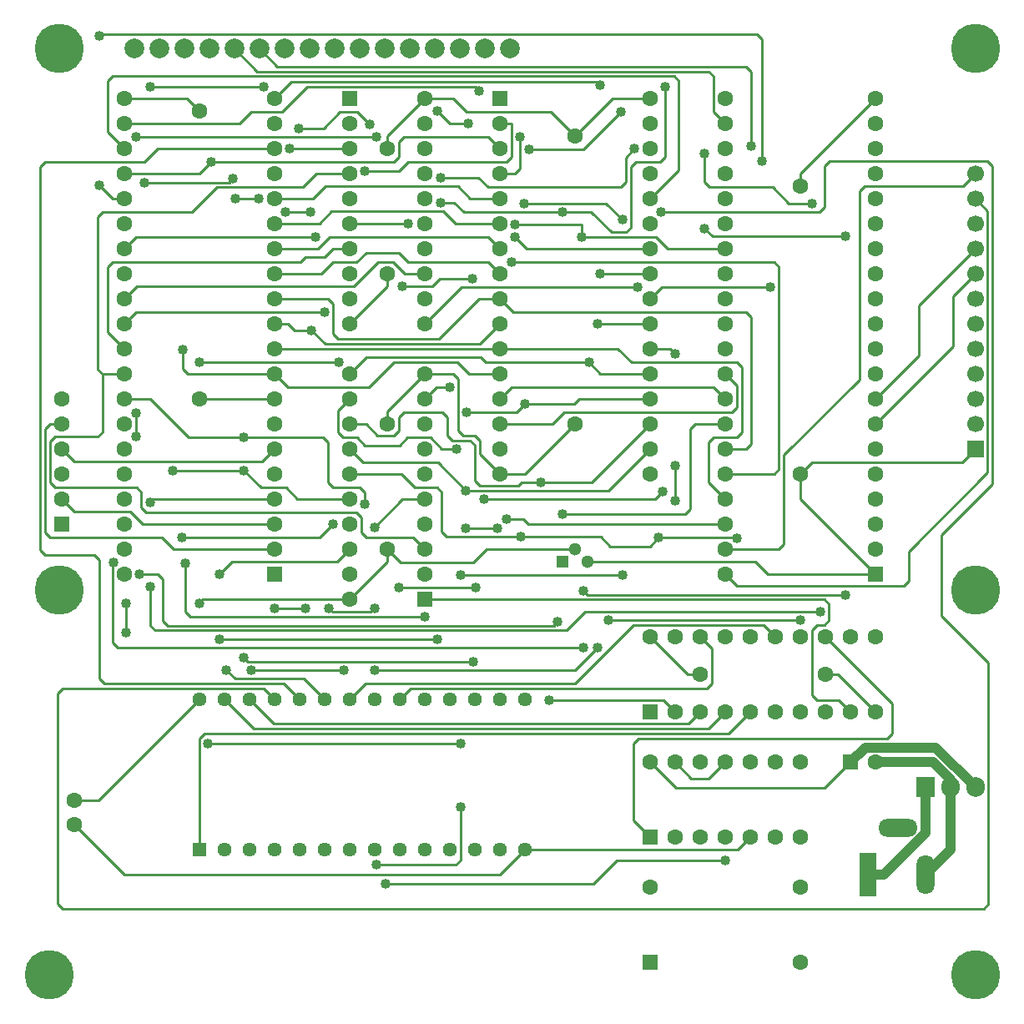
<source format=gbr>
%TF.GenerationSoftware,Novarm,DipTrace,4.3.0.5*%
%TF.CreationDate,2023-08-31T01:17:14+01:00*%
%FSLAX26Y26*%
%MOIN*%
%TF.FileFunction,Copper,L1,Top*%
%TF.Part,Single*%
%TA.AperFunction,Conductor*%
%ADD13C,0.009843*%
%ADD14C,0.03937*%
%TA.AperFunction,ComponentPad*%
%ADD17R,0.062992X0.062992*%
%ADD18C,0.062992*%
%ADD19C,0.19685*%
%ADD20R,0.056693X0.056693*%
%ADD21C,0.056693*%
%ADD22C,0.062992*%
%ADD23R,0.070866X0.173228*%
%ADD24O,0.070866X0.15748*%
%ADD25O,0.15748X0.070866*%
%ADD26R,0.066929X0.066929*%
%ADD27C,0.066929*%
%ADD28R,0.051181X0.051181*%
%ADD29C,0.051181*%
%ADD30R,0.075X0.07874*%
%ADD31O,0.075X0.07874*%
%ADD32C,0.07874*%
%TA.AperFunction,ViaPad*%
%ADD33C,0.04*%
G75*
G01*
%LPD*%
X813386Y1216535D2*
D13*
X911811D1*
X1313386Y1618110D1*
X3113386Y4018110D2*
X2963386D1*
X2813386Y3868110D1*
X3914961Y1368110D2*
D14*
X3974016Y1427165D1*
X4254331D1*
X4413386Y1268110D1*
X3313386Y1718110D2*
D13*
X3263386D1*
X3113386Y1868110D1*
X3713386Y3668110D2*
Y3718110D1*
X4013386Y4018110D1*
X2063386Y2218110D2*
Y2168110D1*
X1913386Y2018110D1*
X2063386Y3818110D2*
Y3868110D1*
X2213386Y4018110D1*
X1613386Y2818110D2*
X1313386D1*
X2813386Y3868110D2*
X2717122Y3964374D1*
X2380339D1*
X2326603Y4018110D1*
X2213386D1*
X1913386Y2018110D2*
X1327918D1*
X1313390Y2003583D1*
X3914961Y1368110D2*
X3811106Y1264256D1*
X3217240D1*
X3113386Y1368110D1*
X2063386Y2218110D2*
X2117122Y2164374D1*
X2407496D1*
X2461233Y2218110D1*
X2813386D1*
X2539964Y2338114D2*
X2608339D1*
X2628343Y2318110D1*
X3413386D1*
X2513386Y2918110D2*
X2390221D1*
X2343957Y2964374D1*
X2090559D1*
X1990559Y2864374D1*
X1667122D1*
X1613386Y2918110D1*
X1267130D1*
X1247441Y2937799D1*
Y3014217D1*
X3113386Y3118110D2*
X2904138Y3118111D1*
X2013390Y1735359D2*
X2814926D1*
X2904138Y1824571D1*
X1656760Y3564374D2*
X1756614D1*
X1891264Y1735359D2*
X1521736D1*
X2013390Y1983311D2*
X1998312Y1968233D1*
X1847436D1*
X1832358Y1983311D1*
X3113386Y3318110D2*
X2914098Y3318111D1*
X1613386Y4018110D2*
X1679330Y4084055D1*
X2902602D1*
X2914098Y4072559D1*
X1421736Y1735362D2*
X1456503Y1700595D1*
X1730901D1*
X1813386Y1618110D1*
X2513386Y3718110D2*
X2574725D1*
X2594413Y3737799D1*
Y3864374D1*
X2432362Y4049292D2*
X2417284Y4064370D1*
X1745433D1*
X1645437Y3964374D1*
X1519417D1*
X1473154Y3918110D1*
X1013386D1*
X2710949Y1614370D2*
X3167126D1*
X3213386Y1568110D1*
X3113386Y3618110D2*
X3229177Y3733902D1*
Y4087638D1*
X3209492Y4107323D1*
X967126D1*
X947441Y4087638D1*
Y3884055D1*
X1013386Y3818110D1*
X3313386Y1568110D2*
X3265945Y1520670D1*
X1610826D1*
X1513386Y1618110D1*
X1413386D2*
X1530511Y1500985D1*
X3346260D1*
X3413386Y1568110D1*
X1013386Y3718110D2*
X1313386D1*
X1359649Y3764374D1*
X2089964D1*
X2109649Y3784059D1*
Y3844688D1*
X2129335Y3864374D1*
X2467122D1*
X2513386Y3818110D1*
X3513386Y1568110D2*
X3426574Y1481299D1*
X1333071D1*
X1313386Y1461613D1*
Y1018110D1*
X912681Y3671855D2*
X966426Y3618110D1*
X1013386D1*
X3559646Y3769138D2*
Y4255708D1*
X3539960Y4275394D1*
X920358D1*
X912681Y4267717D1*
X2629657Y3814536D2*
X2848311D1*
X2998149Y3964374D1*
X2513386Y3918110D2*
X2559649D1*
Y3784059D1*
X2539964Y3764374D1*
X2146716D1*
X2111953Y3729611D1*
X1974724D1*
X3052047Y3818111D2*
X3017835Y3783899D1*
Y3684060D1*
X2998149Y3664374D1*
X2466398D1*
X2428488Y3702284D1*
X2277874D1*
X3759649Y3599138D2*
X3668866D1*
X3603630Y3664374D1*
X3352047D1*
X3332362Y3684059D1*
Y3799138D1*
X2277874Y3602284D2*
X2332050D1*
X2369960Y3564374D1*
X2765398D1*
X1913386Y3518110D2*
X2148898Y3518111D1*
X2765398Y3564374D2*
X2878976D1*
X2959291Y3484059D1*
X3018390D1*
X3038075Y3503744D1*
Y3744689D1*
X3057760Y3764374D1*
X3155043D1*
X3174728Y3784059D1*
Y4064374D1*
X1613386Y3018110D2*
X2513386D1*
X2985827D1*
X3039563Y2964374D1*
X3459646D1*
X3479331Y2944689D1*
Y2684059D1*
X3459646Y2664374D1*
X3367126D1*
X3347441Y2644689D1*
Y2484055D1*
X3413386Y2418110D1*
X2513386Y3118110D2*
X2433074Y3037799D1*
X1815878D1*
X1761110Y3092567D1*
X2559649Y3364374D2*
X3609488D1*
X3629173Y3344689D1*
Y2537796D1*
X3609488Y2518110D1*
X3413386D1*
X1761110Y3092567D2*
X1693878D1*
X1668335Y3118110D1*
X1613386D1*
Y3218110D2*
X1828465D1*
X1848149Y3198426D1*
Y3077493D1*
X1867835Y3057807D1*
X2270755D1*
X2431059Y3218110D1*
X2513386D1*
X2567122Y3164374D1*
X3499016D1*
X3518701Y3144689D1*
Y2637796D1*
X3499016Y2618110D1*
X3413386D1*
X1613386Y3318110D2*
X1799949D1*
X1846208Y3364370D1*
X1939957D1*
X1979331Y3403744D1*
X2109650D1*
X2149020Y3364374D1*
X2467122D1*
X2513386Y3318110D1*
X1613386Y3418110D2*
X1787929D1*
X1834192Y3464374D1*
X2467122D1*
X2513386Y3418110D1*
X1613386Y3518110D2*
X1792866D1*
X1842275Y3567520D1*
X2286925D1*
X2336335Y3518110D1*
X2513386D1*
X1552047Y3618111D2*
X1456500D1*
X1613386Y3618110D2*
X1767677D1*
X1817086Y3667520D1*
X2345984D1*
X2395394Y3618110D1*
X2513386D1*
X1613386Y1618110D2*
X1570271Y1661225D1*
X767126D1*
X747441Y1641540D1*
Y802166D1*
X767126Y782481D1*
X4445968D1*
X4465653Y802166D1*
Y1764949D1*
X4277362Y1953240D1*
Y2275862D1*
X4481303Y2479803D1*
Y3747839D1*
X4461618Y3767524D1*
X3831496D1*
X3811811Y3747839D1*
Y3584059D1*
X3792126Y3564374D1*
X3156760D1*
X1613386Y1983311D2*
X1736929D1*
X2574728Y3464374D2*
X2620992Y3418110D1*
X3113386D1*
X1709488Y3899138D2*
X1810047D1*
X1875279Y3964370D1*
X1944256D1*
X1994409Y3914217D1*
X1613386Y3818110D2*
X1147036D1*
X1093299Y3764374D1*
X697441D1*
X677756Y3744689D1*
Y2214934D1*
X697441Y2195249D1*
X894507D1*
X914193Y2175563D1*
Y1700595D1*
X933878Y1680910D1*
X1650586D1*
X1713386Y1618110D1*
X2213386Y3118110D2*
X2359645Y3264370D1*
X3062520D1*
X1394413Y2117681D2*
X1444256Y2167524D1*
X1862799D1*
X1913386Y2218110D1*
X2513386Y2818110D2*
X2559649Y2864374D1*
X3367122D1*
X3413386Y2818110D1*
X2264571Y1859335D2*
X1394413D1*
X2513386Y2718110D2*
X2724307D1*
X2770570Y2764374D1*
X3439961D1*
X3459646Y2784059D1*
Y2871850D1*
X3413386Y2918110D1*
X2416929Y2064378D2*
X2109649D1*
X1118779Y4064374D2*
X1570012D1*
X1848149Y2318111D2*
X1794412Y2264374D1*
X1242677D1*
X2451693Y2417402D2*
X3132909D1*
X3163547Y2448040D1*
X2406657Y1770122D2*
X1506343D1*
X1491264Y1785201D1*
X1913386Y2418110D2*
X1705610D1*
X1659346Y2464374D1*
X1559650D1*
X1491264Y2532760D1*
X1448862Y3699138D2*
X1433071Y3683347D1*
X1094409D1*
X1491264Y2532760D2*
X1207913D1*
X2596185Y2267591D2*
X2302131D1*
X2282446Y2287276D1*
Y2444688D1*
X2262760Y2464374D1*
X2174307D1*
X2120571Y2518110D1*
X1913386D1*
X3147441Y2264374D2*
X3112678Y2229611D1*
X2954421D1*
X2916441Y2267591D1*
X2596185D1*
X3459646Y2261485D2*
X3456757Y2264374D1*
X3147441D1*
X3113386Y2618110D2*
X2947441Y2452166D1*
X2378142D1*
Y2302355D2*
X2504720D1*
X2378142Y2452166D2*
X2265934Y2564374D1*
X1967122D1*
X1913386Y2618110D1*
X3113386Y2718110D2*
X2882204Y2486929D1*
X2676185D1*
X2356500Y1187646D2*
Y977166D1*
X2336815Y957481D1*
X2021736D1*
X2676185Y2486929D2*
X2601243D1*
X2586165Y2471851D1*
X2432590D1*
X2412905Y2491536D1*
Y2633906D1*
X2393220Y2653591D1*
X2324614D1*
X2304929Y2673276D1*
Y2744689D1*
X2285244Y2764374D1*
X2129334D1*
X2109649Y2744689D1*
Y2691536D1*
X2089964Y2671851D1*
X2025591D1*
X1979332Y2718110D1*
X1913386D1*
X2574728Y3514217D2*
X2841583D1*
Y3464374D1*
X2339689Y2618827D2*
X2282421D1*
X2236874Y2664374D1*
X2145283D1*
X2113390Y2632481D1*
X1975594D1*
X1943701Y2664374D1*
X1886807D1*
X1867122Y2684059D1*
Y2771847D1*
X1913386Y2818110D1*
X2382165Y2764374D2*
X2579334D1*
X2614098Y2799138D1*
X2841583Y3464374D2*
X3136516D1*
X3182780Y3418110D1*
X3413386D1*
X2614098Y2799138D2*
X2812086D1*
X2831059Y2818110D1*
X3113386D1*
X1913386Y2918110D2*
X1979334Y2984059D1*
X2437598D1*
X2457283Y2964374D1*
X2869374D1*
X2915638Y2918110D1*
X3113386D1*
X1974724Y2399138D2*
Y2444689D1*
X1955039Y2464374D1*
X1847437D1*
X1827752Y2484059D1*
Y2644689D1*
X1808067Y2664374D1*
X1491264D1*
X1913386Y3818110D2*
X1674724Y3818107D1*
X1491264Y2664374D2*
X1270529D1*
X1116793Y2818110D1*
X1013386D1*
X1913386Y3718110D2*
X1779879D1*
X1726142Y3664374D1*
X1385358D1*
X1285358Y3564374D1*
X927764D1*
X908079Y3544689D1*
Y2937011D1*
X926976Y2918114D1*
Y2687209D1*
X907291Y2667524D1*
X736811D1*
X717126Y2647839D1*
Y2484059D1*
X736811Y2464374D1*
X1062795D1*
X1082480Y2444689D1*
Y2384059D1*
X1102165Y2364374D1*
X1939961D1*
X1959646Y2344689D1*
Y2284059D1*
X1979331Y2264374D1*
X2167122D1*
X2213386Y2218110D1*
X926976Y2918114D2*
X927764D1*
Y2918110D1*
X1013386D1*
X1913386Y3418110D2*
X1847777D1*
X1813721Y3384055D1*
X1737299D1*
X1717618Y3364374D1*
X967134D1*
X947449Y3344689D1*
Y3084047D1*
X1013386Y3018110D1*
X1813386Y3164374D2*
X1059649D1*
X1013386Y3118110D1*
X2014094Y2306618D2*
X2125587Y2418110D1*
X2213386D1*
Y3318110D2*
X2132783D1*
X2086519Y3364374D1*
X2027759D1*
X1930905Y3267520D1*
X1062795D1*
X1013386Y3218110D1*
X1059646Y2667524D2*
Y2761485D1*
X1021520Y1884697D2*
Y2003583D1*
X2356500Y1441933D2*
X1348153D1*
X3003311Y2114217D2*
X2356500D1*
X2609492Y3599138D2*
X2938488D1*
X3003311Y3534315D1*
X2124606Y3267520D2*
X2243835D1*
X2275453Y3299138D1*
X2405354D1*
X1013386Y3418110D2*
X1059645Y3464370D1*
X1776299D1*
X2312638Y2864374D2*
X2259649D1*
X2213386Y2818110D1*
X1059646Y3864374D2*
X2020012D1*
X813386Y1118110D2*
X1013386Y918110D1*
X2513386D1*
X2613386Y1018110D1*
X3813386Y1718110D2*
X3863386D1*
X4013386Y1568110D1*
Y1368110D2*
D14*
X4245374D1*
X4313386Y1300098D1*
Y1268110D1*
X1013386Y4018110D2*
D13*
X1263386D1*
X1313386Y3968110D1*
X3713386Y2518110D2*
Y2418110D1*
X4013386Y2118110D1*
X2513386Y2518110D2*
X2613386D1*
X2813386Y2718110D1*
X2063386D2*
Y2768110D1*
X2213386Y2918110D1*
X2063386Y3318110D2*
Y3268110D1*
X1913386Y3118110D1*
X4313386Y1268110D2*
D14*
Y1018110D1*
X4213386Y918110D1*
X4013386Y2118110D2*
D13*
X3583828D1*
X3533828Y2168110D1*
X2863386D1*
X2513386Y2518110D2*
X2432590Y2598906D1*
Y2653591D1*
X2412905Y2673276D1*
X2367086D1*
X2347401Y2692961D1*
Y2898426D1*
X2327717Y2918110D1*
X2213386D1*
X3713386Y2518110D2*
X3759649Y2564374D1*
X4359649D1*
X4413386Y2618110D1*
X2613386Y1018110D2*
X3463386D1*
X3513386Y1068110D1*
X1313386Y2964374D2*
X1870012D1*
X3413386Y1368110D2*
X3348901Y1303626D1*
X3277870D1*
X3213386Y1368110D1*
X3518701Y3829611D2*
Y4127008D1*
X3499016Y4146693D1*
X1624961D1*
X1553543Y4218110D1*
X3413386Y2118110D2*
X3459645Y2071851D1*
X4126193D1*
X4145879Y2091537D1*
Y2209265D1*
X4461618Y2525004D1*
Y3569878D1*
X4413386Y3618110D1*
X3413386Y2218110D2*
X3629173D1*
X3648858Y2237796D1*
Y2594311D1*
X3949606Y2895059D1*
Y3647839D1*
X3969291Y3667524D1*
X4362799D1*
X4413386Y3718110D1*
X4013386Y2718110D2*
X4325362Y3030087D1*
Y3230087D1*
X4413386Y3318110D1*
X4013386Y2818110D2*
X4185937Y2990662D1*
Y3190662D1*
X4413386Y3418110D1*
X763386Y2418110D2*
X813972Y2367524D1*
X1038091D1*
X1087505Y2318110D1*
X1613386D1*
X763386Y2618110D2*
X813972Y2567524D1*
X1562799D1*
X1613386Y2618110D1*
X763386Y2718110D2*
X717126D1*
X697441Y2698426D1*
Y2284059D1*
X717126Y2264374D1*
X1165036D1*
X1211300Y2218110D1*
X1613386D1*
X3813386Y1868110D2*
X4079331Y1602165D1*
Y1481299D1*
X4059646Y1461614D1*
X3067126D1*
X3047441Y1441929D1*
Y1134055D1*
X3113386Y1068110D1*
X4213386Y1268110D2*
D14*
Y1084932D1*
X4046564Y918110D1*
X3985039D1*
X3214098Y2999138D2*
D13*
X3195126Y3018110D1*
X3113386D1*
X3213386Y2412796D2*
Y2552878D1*
X3313386Y1868110D2*
X3359649Y1821847D1*
Y1680910D1*
X3339964Y1661225D1*
X2156500D1*
X2113386Y1618110D1*
X2213386Y2018110D2*
X3809496D1*
X3829181Y1998425D1*
Y1934055D1*
X3809496Y1914370D1*
X3779331D1*
X3759646Y1894685D1*
Y1634055D1*
X3779331Y1614370D1*
X3867126D1*
X3913386Y1568110D1*
X1453543Y4218110D2*
X1544646Y4127008D1*
X3347441D1*
X3367126Y4107323D1*
Y3964370D1*
X3413386Y3918110D1*
X2213386Y1948548D2*
X1278626D1*
X1258941Y1968233D1*
Y2163662D1*
X3894413Y3467524D2*
X3363976D1*
X3332362Y3499138D1*
X2848153Y2052878D2*
X2863944Y2037087D1*
X3894413D1*
X970012Y2164374D2*
X967126Y2161488D1*
Y1844256D1*
X986811Y1824571D1*
X2848153D1*
X3413386Y974225D2*
X2979413D1*
X2888535Y883347D1*
X2056500D1*
X1118701Y2068272D2*
Y1913784D1*
X1138386Y1894099D1*
X2780477D1*
X2855197Y1968819D1*
X3794417D1*
X1118701Y2404059D2*
X1132753Y2418110D1*
X1613386D1*
X3613386Y1868110D2*
X3567126Y1914370D1*
X3047440D1*
X2813980Y1680910D1*
X1976185D1*
X1913386Y1618110D1*
X3594409Y3264374D2*
X3159649D1*
X3113386Y3218110D1*
X2765398Y2358193D2*
X3255267D1*
X3274952Y2377878D1*
Y2698425D1*
X3294638Y2718110D1*
X3413386D1*
X1074724Y2118111D2*
X1148793D1*
X1168479Y2098425D1*
Y1933470D1*
X1188165Y1913784D1*
X2730634D1*
X2745712Y1928862D1*
X2388228Y3917677D2*
X2312638D1*
X2262795Y3967520D1*
X3713386Y1934055D2*
X2948862D1*
D33*
X1313390Y2003583D3*
X1247441Y3014217D3*
X2539964Y2338114D3*
X2904138Y3118111D3*
Y1824571D3*
X1756614Y3564374D3*
X1656760D3*
X1521736Y1735359D3*
X1891264D3*
X1832358Y1983311D3*
X2013390D3*
Y1735359D3*
X2914098Y3318111D3*
Y4072559D3*
X1421736Y1735362D3*
X2594413Y3864374D3*
X2432362Y4049292D3*
X2710949Y1614370D3*
X1359649Y3764374D3*
X912681Y3671855D3*
Y4267717D3*
X3559646Y3769138D3*
X2998149Y3964374D3*
X2629657Y3814536D3*
X1974724Y3729611D3*
X2277874Y3702284D3*
X3052047Y3818111D3*
X3332362Y3799138D3*
X3759649Y3599138D3*
X3174728Y4064374D3*
X2148898Y3518111D3*
X2277874Y3602284D3*
X2765398Y3564374D3*
X2559649Y3364374D3*
X1761110Y3092567D3*
X1456500Y3618111D3*
X1552047D3*
X3156760Y3564374D3*
X1736929Y1983311D3*
X1613386D3*
X2574728Y3464374D3*
X1994409Y3914217D3*
X1709488Y3899138D3*
X3062520Y3264370D3*
X1394413Y2117681D3*
Y1859335D3*
X2264571D3*
X2109649Y2064378D3*
X2416929D3*
X1570012Y4064374D3*
X1118779D3*
X1242677Y2264374D3*
X1848149Y2318111D3*
X3163547Y2448040D3*
X2451693Y2417402D3*
X1491264Y1785201D3*
X2406657Y1770122D3*
X1207913Y2532760D3*
X1094409Y3683347D3*
X1448862Y3699138D3*
X1491264Y2532760D3*
X3459646Y2261485D3*
X3147441Y2264374D3*
X2596185Y2267591D3*
X2504720Y2302355D3*
X2378142D3*
Y2452166D3*
X2021736Y957481D3*
X2356500Y1187646D3*
X2676185Y2486929D3*
X2841583Y3464374D3*
X2574728Y3514217D3*
X2382165Y2764374D3*
X2614098Y2799138D3*
X2339689Y2618827D3*
X2869374Y2964374D3*
X1974724Y2399138D3*
X1491264Y2664374D3*
X1674724Y3818107D3*
X2014094Y2306618D3*
X1813386Y3164374D3*
X1059646Y2761485D3*
Y2667524D3*
X1021520Y2003583D3*
Y1884697D3*
X1348153Y1441933D3*
X2356500D3*
Y2114217D3*
X3003311D3*
Y3534315D3*
X2609492Y3599138D3*
X2405354Y3299138D3*
X2124606Y3267520D3*
X1776299Y3464370D3*
X2312638Y2864374D3*
X2020012Y3864374D3*
X1059646D3*
X1870012Y2964374D3*
X1313386D3*
X3518701Y3829611D3*
X3214098Y2999138D3*
X3213386Y2552878D3*
Y2412796D3*
X1258941Y2163662D3*
X2213386Y1948548D3*
X3332362Y3499138D3*
X3894413Y3467524D3*
Y2037087D3*
X2848153Y2052878D3*
Y1824571D3*
X970012Y2164374D3*
X2056500Y883347D3*
X3413386Y974225D3*
X3794417Y1968819D3*
X1118701Y2068272D3*
Y2404059D3*
X3594409Y3264374D3*
X2745712Y1928862D3*
X1074724Y2118111D3*
X2262795Y3967520D3*
X2388228Y3917677D3*
X2765398Y2358193D3*
X2948862Y1934055D3*
X3713386D3*
D17*
X2513386Y4018110D3*
D18*
Y3918110D3*
Y3818110D3*
Y3718110D3*
Y3618110D3*
Y3518110D3*
Y3418110D3*
Y3318110D3*
Y3218110D3*
Y3118110D3*
Y3018110D3*
Y2918110D3*
Y2818110D3*
Y2718110D3*
Y2618110D3*
Y2518110D3*
X3113386D3*
Y2618110D3*
Y2718110D3*
Y2818110D3*
Y2918110D3*
Y3018110D3*
Y3118110D3*
Y3218110D3*
Y3318110D3*
Y3418110D3*
Y3518110D3*
Y3618110D3*
Y3718110D3*
Y3818110D3*
Y3918110D3*
Y4018110D3*
D17*
X1613386Y2118110D3*
D18*
Y2218110D3*
Y2318110D3*
Y2418110D3*
Y2518110D3*
Y2618110D3*
Y2718110D3*
Y2818110D3*
Y2918110D3*
Y3018110D3*
Y3118110D3*
Y3218110D3*
Y3318110D3*
Y3418110D3*
Y3518110D3*
Y3618110D3*
Y3718110D3*
Y3818110D3*
Y3918110D3*
Y4018110D3*
X1013386D3*
Y3918110D3*
Y3818110D3*
Y3718110D3*
Y3618110D3*
Y3518110D3*
Y3418110D3*
Y3318110D3*
Y3218110D3*
Y3118110D3*
Y3018110D3*
Y2918110D3*
Y2818110D3*
Y2718110D3*
Y2618110D3*
Y2518110D3*
Y2418110D3*
Y2318110D3*
Y2218110D3*
Y2118110D3*
D19*
X4413386Y518110D3*
D20*
X1313386Y1018110D3*
D21*
X1413386D3*
X1513386D3*
X1613386D3*
X1713386D3*
X1813386D3*
X1913386D3*
X2013386D3*
X2113386D3*
X2213386D3*
X2313386D3*
X2413386D3*
X2513386D3*
X2613386D3*
Y1618110D3*
X2513386D3*
X2413386D3*
X2313386D3*
X2213386D3*
X2113386D3*
X2013386D3*
X1913386D3*
X1813386D3*
X1713386D3*
X1613386D3*
X1513386D3*
X1413386D3*
X1313386D3*
D17*
X3113386Y1568110D3*
D18*
X3213386D3*
X3313386D3*
X3413386D3*
X3513386D3*
X3613386D3*
X3713386D3*
X3813386D3*
X3913386D3*
X4013386D3*
Y1868110D3*
X3913386D3*
X3813386D3*
X3713386D3*
X3613386D3*
X3513386D3*
X3413386D3*
X3313386D3*
X3213386D3*
X3113386D3*
D22*
X3313386Y1718110D3*
X3813386D3*
X2063386Y2218110D3*
Y2718110D3*
D17*
X3113386Y568110D3*
D22*
X3713386D3*
Y868110D3*
X3113386D3*
D17*
X3914961Y1368110D3*
D22*
X4013386D3*
D23*
X3985039Y918110D3*
D24*
X4213386D3*
D25*
X4103150Y1107087D3*
D19*
X713386Y518110D3*
D26*
X4413386Y2618110D3*
D27*
Y2718110D3*
Y2818110D3*
Y2918110D3*
Y3018110D3*
Y3118110D3*
Y3218110D3*
Y3318110D3*
Y3418110D3*
Y3518110D3*
Y3618110D3*
Y3718110D3*
D17*
X4013386Y2118110D3*
D18*
Y2218110D3*
Y2318110D3*
Y2418110D3*
Y2518110D3*
Y2618110D3*
Y2718110D3*
Y2818110D3*
Y2918110D3*
Y3018110D3*
Y3118110D3*
Y3218110D3*
Y3318110D3*
Y3418110D3*
Y3518110D3*
Y3618110D3*
Y3718110D3*
Y3818110D3*
Y3918110D3*
Y4018110D3*
X3413386D3*
Y3918110D3*
Y3818110D3*
Y3718110D3*
Y3618110D3*
Y3518110D3*
Y3418110D3*
Y3318110D3*
Y3218110D3*
Y3118110D3*
Y3018110D3*
Y2918110D3*
Y2818110D3*
Y2718110D3*
Y2618110D3*
Y2518110D3*
Y2418110D3*
Y2318110D3*
Y2218110D3*
Y2118110D3*
D28*
X2763386Y2168110D3*
D29*
X2813386Y2218110D3*
X2863386Y2168110D3*
D17*
X763386Y2318110D3*
D18*
Y2418110D3*
Y2518110D3*
Y2618110D3*
Y2718110D3*
Y2818110D3*
D22*
X2813386Y3868110D3*
Y2718110D3*
D17*
X2213386Y2018110D3*
D18*
Y2118110D3*
Y2218110D3*
Y2318110D3*
Y2418110D3*
Y2518110D3*
Y2618110D3*
Y2718110D3*
Y2818110D3*
Y2918110D3*
X1913386D3*
Y2818110D3*
Y2718110D3*
Y2618110D3*
Y2518110D3*
Y2418110D3*
Y2318110D3*
Y2218110D3*
Y2118110D3*
Y2018110D3*
D17*
X3113386Y1068110D3*
D18*
X3213386D3*
X3313386D3*
X3413386D3*
X3513386D3*
X3613386D3*
X3713386D3*
Y1368110D3*
X3613386D3*
X3513386D3*
X3413386D3*
X3313386D3*
X3213386D3*
X3113386D3*
D22*
X1313386Y2818110D3*
Y3968110D3*
D17*
X1913386Y4018110D3*
D18*
Y3918110D3*
Y3818110D3*
Y3718110D3*
Y3618110D3*
Y3518110D3*
Y3418110D3*
Y3318110D3*
Y3218110D3*
Y3118110D3*
X2213386D3*
Y3218110D3*
Y3318110D3*
Y3418110D3*
Y3518110D3*
Y3618110D3*
Y3718110D3*
Y3818110D3*
Y3918110D3*
Y4018110D3*
D30*
X4213386Y1268110D3*
D31*
X4313386D3*
X4413386D3*
D22*
X2063386Y3818110D3*
Y3318110D3*
D19*
X753543Y4218110D3*
Y2054331D3*
D32*
X1253543Y4218110D3*
X2453543D3*
X2553543D3*
D19*
X4413386D3*
Y2054331D3*
D32*
X1053543Y4218110D3*
X1153543D3*
X1353543D3*
X1453543D3*
X1553543D3*
X1653543D3*
X1753543D3*
X1853543D3*
X1953543D3*
X2053543D3*
X2153543D3*
X2253543D3*
X2353543D3*
D22*
X3713386Y3668110D3*
Y2518110D3*
X813386Y1216535D3*
Y1118110D3*
M02*

</source>
